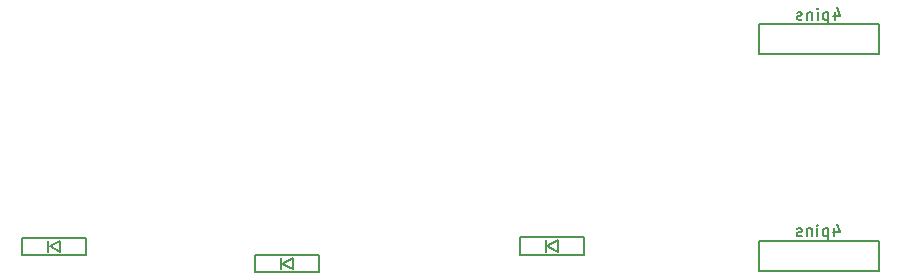
<source format=gbo>
G04 #@! TF.GenerationSoftware,KiCad,Pcbnew,(5.1.6-0-10_14)*
G04 #@! TF.CreationDate,2023-01-09T16:43:16+09:00*
G04 #@! TF.ProjectId,cool644,636f6f6c-3634-4342-9e6b-696361645f70,rev?*
G04 #@! TF.SameCoordinates,Original*
G04 #@! TF.FileFunction,Legend,Bot*
G04 #@! TF.FilePolarity,Positive*
%FSLAX46Y46*%
G04 Gerber Fmt 4.6, Leading zero omitted, Abs format (unit mm)*
G04 Created by KiCad (PCBNEW (5.1.6-0-10_14)) date 2023-01-09 16:43:16*
%MOMM*%
%LPD*%
G01*
G04 APERTURE LIST*
%ADD10C,0.150000*%
G04 APERTURE END LIST*
D10*
X176410000Y86020000D02*
X176410000Y88560000D01*
X186570000Y86020000D02*
X176410000Y86020000D01*
X186570000Y88560000D02*
X186570000Y86020000D01*
X176410000Y88560000D02*
X186570000Y88560000D01*
X158480000Y69810000D02*
X159380000Y70310000D01*
X159380000Y70310000D02*
X159380000Y69310000D01*
X159380000Y69310000D02*
X158480000Y69810000D01*
X158380000Y70310000D02*
X158380000Y69310000D01*
X161580000Y70560000D02*
X156180000Y70560000D01*
X156180000Y70560000D02*
X156180000Y69060000D01*
X156180000Y69060000D02*
X161580000Y69060000D01*
X161580000Y69060000D02*
X161580000Y70560000D01*
X176390000Y70230000D02*
X186550000Y70230000D01*
X186550000Y70230000D02*
X186550000Y67690000D01*
X186550000Y67690000D02*
X176390000Y67690000D01*
X176390000Y67690000D02*
X176390000Y70230000D01*
X116320000Y69750000D02*
X117220000Y70250000D01*
X117220000Y70250000D02*
X117220000Y69250000D01*
X117220000Y69250000D02*
X116320000Y69750000D01*
X116220000Y70250000D02*
X116220000Y69250000D01*
X119420000Y70500000D02*
X114020000Y70500000D01*
X114020000Y70500000D02*
X114020000Y69000000D01*
X114020000Y69000000D02*
X119420000Y69000000D01*
X119420000Y69000000D02*
X119420000Y70500000D01*
X139140000Y67550000D02*
X139140000Y69050000D01*
X133740000Y67550000D02*
X139140000Y67550000D01*
X133740000Y69050000D02*
X133740000Y67550000D01*
X139140000Y69050000D02*
X133740000Y69050000D01*
X135940000Y68800000D02*
X135940000Y67800000D01*
X136940000Y67800000D02*
X136040000Y68300000D01*
X136940000Y68800000D02*
X136940000Y67800000D01*
X136040000Y68300000D02*
X136940000Y68800000D01*
X182787142Y89604285D02*
X182787142Y88937619D01*
X183025238Y89985238D02*
X183263333Y89270952D01*
X182644285Y89270952D01*
X182263333Y89604285D02*
X182263333Y88604285D01*
X182263333Y89556666D02*
X182168095Y89604285D01*
X181977619Y89604285D01*
X181882380Y89556666D01*
X181834761Y89509047D01*
X181787142Y89413809D01*
X181787142Y89128095D01*
X181834761Y89032857D01*
X181882380Y88985238D01*
X181977619Y88937619D01*
X182168095Y88937619D01*
X182263333Y88985238D01*
X181358571Y88937619D02*
X181358571Y89604285D01*
X181358571Y89937619D02*
X181406190Y89890000D01*
X181358571Y89842380D01*
X181310952Y89890000D01*
X181358571Y89937619D01*
X181358571Y89842380D01*
X180882380Y89604285D02*
X180882380Y88937619D01*
X180882380Y89509047D02*
X180834761Y89556666D01*
X180739523Y89604285D01*
X180596666Y89604285D01*
X180501428Y89556666D01*
X180453809Y89461428D01*
X180453809Y88937619D01*
X180025238Y88985238D02*
X179930000Y88937619D01*
X179739523Y88937619D01*
X179644285Y88985238D01*
X179596666Y89080476D01*
X179596666Y89128095D01*
X179644285Y89223333D01*
X179739523Y89270952D01*
X179882380Y89270952D01*
X179977619Y89318571D01*
X180025238Y89413809D01*
X180025238Y89461428D01*
X179977619Y89556666D01*
X179882380Y89604285D01*
X179739523Y89604285D01*
X179644285Y89556666D01*
X182767142Y71274285D02*
X182767142Y70607619D01*
X183005238Y71655238D02*
X183243333Y70940952D01*
X182624285Y70940952D01*
X182243333Y71274285D02*
X182243333Y70274285D01*
X182243333Y71226666D02*
X182148095Y71274285D01*
X181957619Y71274285D01*
X181862380Y71226666D01*
X181814761Y71179047D01*
X181767142Y71083809D01*
X181767142Y70798095D01*
X181814761Y70702857D01*
X181862380Y70655238D01*
X181957619Y70607619D01*
X182148095Y70607619D01*
X182243333Y70655238D01*
X181338571Y70607619D02*
X181338571Y71274285D01*
X181338571Y71607619D02*
X181386190Y71560000D01*
X181338571Y71512380D01*
X181290952Y71560000D01*
X181338571Y71607619D01*
X181338571Y71512380D01*
X180862380Y71274285D02*
X180862380Y70607619D01*
X180862380Y71179047D02*
X180814761Y71226666D01*
X180719523Y71274285D01*
X180576666Y71274285D01*
X180481428Y71226666D01*
X180433809Y71131428D01*
X180433809Y70607619D01*
X180005238Y70655238D02*
X179910000Y70607619D01*
X179719523Y70607619D01*
X179624285Y70655238D01*
X179576666Y70750476D01*
X179576666Y70798095D01*
X179624285Y70893333D01*
X179719523Y70940952D01*
X179862380Y70940952D01*
X179957619Y70988571D01*
X180005238Y71083809D01*
X180005238Y71131428D01*
X179957619Y71226666D01*
X179862380Y71274285D01*
X179719523Y71274285D01*
X179624285Y71226666D01*
M02*

</source>
